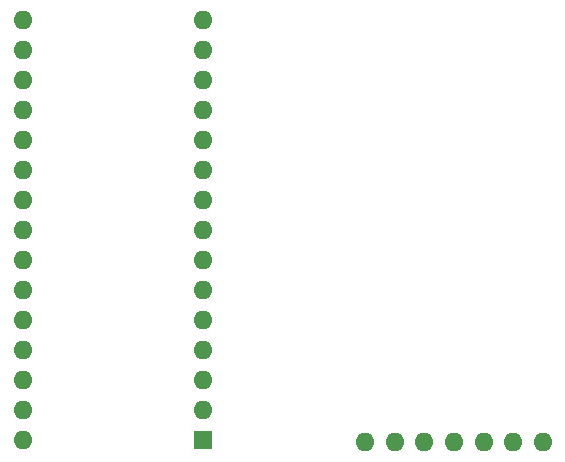
<source format=gbr>
%TF.GenerationSoftware,KiCad,Pcbnew,9.0.2-9.0.2-0~ubuntu22.04.1*%
%TF.CreationDate,2025-06-18T20:33:50+02:00*%
%TF.ProjectId,salaemcp,73616c61-656d-4637-902e-6b696361645f,rev?*%
%TF.SameCoordinates,Original*%
%TF.FileFunction,Soldermask,Top*%
%TF.FilePolarity,Negative*%
%FSLAX46Y46*%
G04 Gerber Fmt 4.6, Leading zero omitted, Abs format (unit mm)*
G04 Created by KiCad (PCBNEW 9.0.2-9.0.2-0~ubuntu22.04.1) date 2025-06-18 20:33:50*
%MOMM*%
%LPD*%
G01*
G04 APERTURE LIST*
%ADD10O,1.600000X1.600000*%
%ADD11R,1.600000X1.600000*%
G04 APERTURE END LIST*
D10*
%TO.C,*%
X132500000Y-93000000D03*
%TD*%
%TO.C,*%
X140000000Y-93000000D03*
%TD*%
%TO.C,*%
X137500000Y-93000000D03*
%TD*%
%TO.C,*%
X130000000Y-93000000D03*
%TD*%
%TO.C,*%
X142500000Y-93000000D03*
%TD*%
%TO.C,*%
X135000000Y-93000000D03*
%TD*%
%TO.C,*%
X145000000Y-93000000D03*
%TD*%
D11*
%TO.C,REF\u002A\u002A*%
X116240000Y-92860000D03*
D10*
X116240000Y-90320000D03*
X116240000Y-87780000D03*
X116240000Y-85240000D03*
X116240000Y-82700000D03*
X116240000Y-80160000D03*
X116240000Y-77620000D03*
X116240000Y-75080000D03*
X116240000Y-72540000D03*
X116240000Y-70000000D03*
X116240000Y-67460000D03*
X116240000Y-64920000D03*
X116240000Y-62380000D03*
X116240000Y-59840000D03*
X116240000Y-57300000D03*
X101000000Y-57300000D03*
X101000000Y-59840000D03*
X101000000Y-62380000D03*
X101000000Y-64920000D03*
X101000000Y-67460000D03*
X101000000Y-70000000D03*
X101000000Y-72540000D03*
X101000000Y-75080000D03*
X101000000Y-77620000D03*
X101000000Y-80160000D03*
X101000000Y-82700000D03*
X101000000Y-85240000D03*
X101000000Y-87780000D03*
X101000000Y-90320000D03*
X101000000Y-92860000D03*
%TD*%
M02*

</source>
